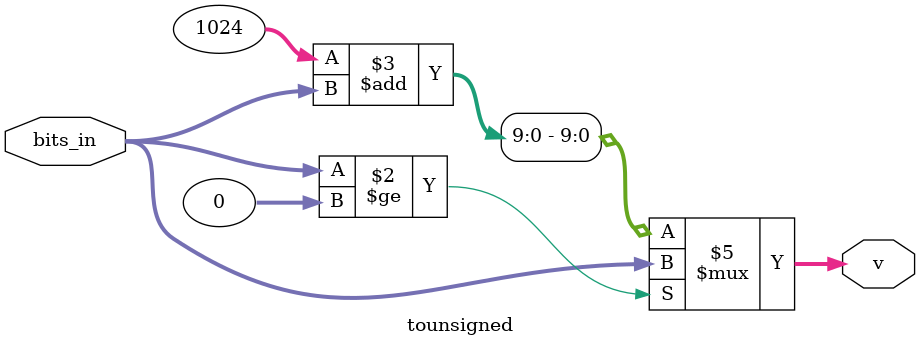
<source format=v>


`timescale 1ns/10ps

module tounsigned (
    bits_in,
    v
);
// return an unsigned value to represent a possibly 'signed' value

input signed [9:0] bits_in;
output [9:0] v;
reg [9:0] v;






always @(bits_in) begin: TOUNSIGNED_UNSIGNED_LOGIC
    if ((bits_in >= 0)) begin
        v = bits_in;
    end
    else begin
        v = ((2 ** 10) + bits_in);
    end
end

endmodule

</source>
